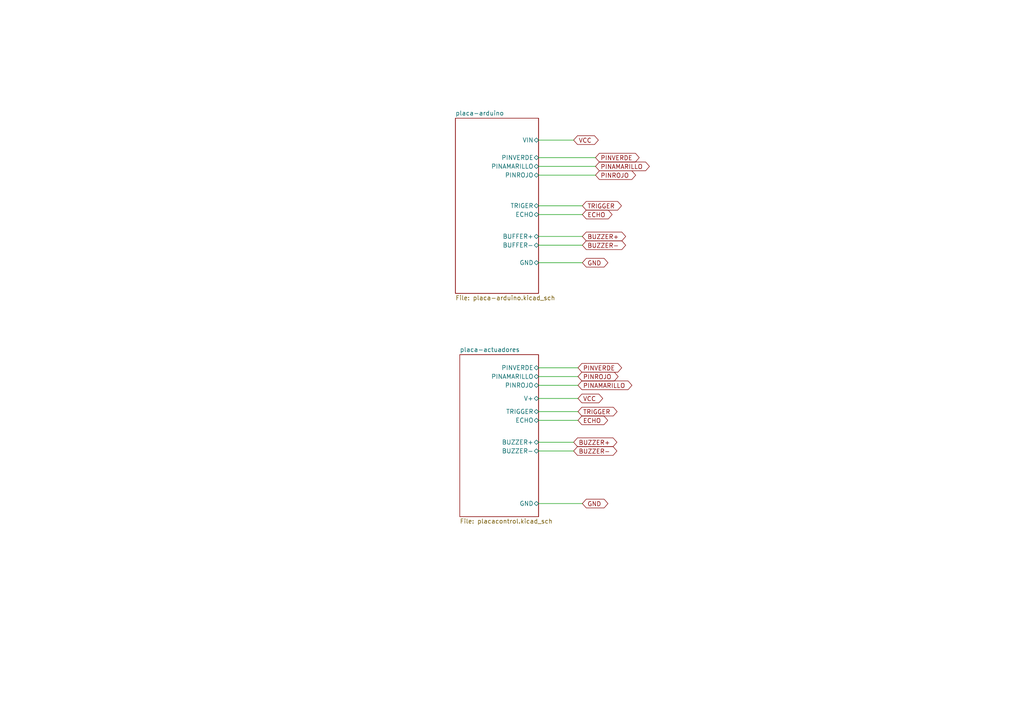
<source format=kicad_sch>
(kicad_sch
	(version 20250114)
	(generator "eeschema")
	(generator_version "9.0")
	(uuid "5cd23497-8551-462a-9df8-e1c0724629c2")
	(paper "A4")
	(lib_symbols)
	(wire
		(pts
			(xy 156.21 59.69) (xy 168.91 59.69)
		)
		(stroke
			(width 0)
			(type default)
		)
		(uuid "0c35eb55-cf46-456d-b1cf-69fb467f1c9d")
	)
	(wire
		(pts
			(xy 156.21 48.26) (xy 172.72 48.26)
		)
		(stroke
			(width 0)
			(type default)
		)
		(uuid "20fc57d5-3697-4db1-9929-d9836732fb0a")
	)
	(wire
		(pts
			(xy 168.91 146.05) (xy 156.21 146.05)
		)
		(stroke
			(width 0)
			(type default)
		)
		(uuid "2b26fd72-7b7b-4c4d-ac49-a3ce343fcab1")
	)
	(wire
		(pts
			(xy 156.21 76.2) (xy 168.91 76.2)
		)
		(stroke
			(width 0)
			(type default)
		)
		(uuid "3366f88f-2969-4af6-9d28-00c58d4ebad7")
	)
	(wire
		(pts
			(xy 156.21 40.64) (xy 166.37 40.64)
		)
		(stroke
			(width 0)
			(type default)
		)
		(uuid "3555d5b6-b753-42f6-bfab-ddcb5de6241d")
	)
	(wire
		(pts
			(xy 156.21 62.23) (xy 168.91 62.23)
		)
		(stroke
			(width 0)
			(type default)
		)
		(uuid "5eb67876-a77e-4b66-a3fe-87498e793de5")
	)
	(wire
		(pts
			(xy 156.21 71.12) (xy 168.91 71.12)
		)
		(stroke
			(width 0)
			(type default)
		)
		(uuid "7995f9a0-2c81-4bb9-828f-15b7527cdfd8")
	)
	(wire
		(pts
			(xy 156.21 130.81) (xy 166.37 130.81)
		)
		(stroke
			(width 0)
			(type default)
		)
		(uuid "7e7b3b07-428d-482f-9740-857a8bd3abae")
	)
	(wire
		(pts
			(xy 156.21 128.27) (xy 166.37 128.27)
		)
		(stroke
			(width 0)
			(type default)
		)
		(uuid "81bffb92-bb15-4a7e-9481-9ee37bb63488")
	)
	(wire
		(pts
			(xy 156.21 121.92) (xy 167.64 121.92)
		)
		(stroke
			(width 0)
			(type default)
		)
		(uuid "9747fc96-eed3-4b06-a85a-a29de5ed8c0b")
	)
	(wire
		(pts
			(xy 156.21 109.22) (xy 167.64 109.22)
		)
		(stroke
			(width 0)
			(type default)
		)
		(uuid "ac0cd047-3603-4916-8f9d-a546ce8fe7f2")
	)
	(wire
		(pts
			(xy 156.21 45.72) (xy 172.72 45.72)
		)
		(stroke
			(width 0)
			(type default)
		)
		(uuid "cb025797-434f-4fc3-84a2-24d909408911")
	)
	(wire
		(pts
			(xy 156.21 111.76) (xy 167.64 111.76)
		)
		(stroke
			(width 0)
			(type default)
		)
		(uuid "cdc2f74a-4917-482f-a48e-7716f710fbaf")
	)
	(wire
		(pts
			(xy 156.21 68.58) (xy 168.91 68.58)
		)
		(stroke
			(width 0)
			(type default)
		)
		(uuid "d138aaa4-ee05-457f-a8b2-279362bffd56")
	)
	(wire
		(pts
			(xy 156.21 106.68) (xy 167.64 106.68)
		)
		(stroke
			(width 0)
			(type default)
		)
		(uuid "e8bc15eb-d627-4233-990c-e5bd78766f9b")
	)
	(wire
		(pts
			(xy 156.21 50.8) (xy 172.72 50.8)
		)
		(stroke
			(width 0)
			(type default)
		)
		(uuid "e94ef38a-8a08-486c-b9f7-ed0697de7c51")
	)
	(wire
		(pts
			(xy 156.21 115.57) (xy 167.64 115.57)
		)
		(stroke
			(width 0)
			(type default)
		)
		(uuid "f367946d-fddb-4d2a-878e-241d50edbf1c")
	)
	(wire
		(pts
			(xy 156.21 119.38) (xy 167.64 119.38)
		)
		(stroke
			(width 0)
			(type default)
		)
		(uuid "f99ad764-bd57-4459-955b-ff5b177efbb8")
	)
	(global_label "PINAMARILLO"
		(shape bidirectional)
		(at 172.72 48.26 0)
		(fields_autoplaced yes)
		(effects
			(font
				(size 1.27 1.27)
			)
			(justify left)
		)
		(uuid "0359b011-f125-4fcf-af0a-0fa0b6626700")
		(property "Intersheetrefs" "${INTERSHEET_REFS}"
			(at 188.9119 48.26 0)
			(effects
				(font
					(size 1.27 1.27)
				)
				(justify left)
				(hide yes)
			)
		)
	)
	(global_label "GND"
		(shape bidirectional)
		(at 168.91 146.05 0)
		(fields_autoplaced yes)
		(effects
			(font
				(size 1.27 1.27)
			)
			(justify left)
		)
		(uuid "05b6808d-39a1-4702-9741-b12264ab437b")
		(property "Intersheetrefs" "${INTERSHEET_REFS}"
			(at 176.877 146.05 0)
			(effects
				(font
					(size 1.27 1.27)
				)
				(justify left)
				(hide yes)
			)
		)
	)
	(global_label "PINROJO"
		(shape bidirectional)
		(at 167.64 109.22 0)
		(fields_autoplaced yes)
		(effects
			(font
				(size 1.27 1.27)
			)
			(justify left)
		)
		(uuid "11ada112-813d-4e27-aad1-84985e6214e3")
		(property "Intersheetrefs" "${INTERSHEET_REFS}"
			(at 179.8404 109.22 0)
			(effects
				(font
					(size 1.27 1.27)
				)
				(justify left)
				(hide yes)
			)
		)
	)
	(global_label "ECHO"
		(shape bidirectional)
		(at 167.64 121.92 0)
		(fields_autoplaced yes)
		(effects
			(font
				(size 1.27 1.27)
			)
			(justify left)
		)
		(uuid "16a92c95-dc4e-443d-8492-24cfb1dd5b26")
		(property "Intersheetrefs" "${INTERSHEET_REFS}"
			(at 176.8165 121.92 0)
			(effects
				(font
					(size 1.27 1.27)
				)
				(justify left)
				(hide yes)
			)
		)
	)
	(global_label "BUZZER-"
		(shape bidirectional)
		(at 168.91 71.12 0)
		(fields_autoplaced yes)
		(effects
			(font
				(size 1.27 1.27)
			)
			(justify left)
		)
		(uuid "2769540b-e34f-474f-a829-0d0b303500d2")
		(property "Intersheetrefs" "${INTERSHEET_REFS}"
			(at 182.0174 71.12 0)
			(effects
				(font
					(size 1.27 1.27)
				)
				(justify left)
				(hide yes)
			)
		)
	)
	(global_label "BUZZER-"
		(shape bidirectional)
		(at 166.37 130.81 0)
		(fields_autoplaced yes)
		(effects
			(font
				(size 1.27 1.27)
			)
			(justify left)
		)
		(uuid "4886084c-979d-40b6-b6ff-64ce0f623e83")
		(property "Intersheetrefs" "${INTERSHEET_REFS}"
			(at 179.4774 130.81 0)
			(effects
				(font
					(size 1.27 1.27)
				)
				(justify left)
				(hide yes)
			)
		)
	)
	(global_label "GND"
		(shape bidirectional)
		(at 168.91 76.2 0)
		(fields_autoplaced yes)
		(effects
			(font
				(size 1.27 1.27)
			)
			(justify left)
		)
		(uuid "4bfd08c6-55fa-4d82-ac46-1914d2ec26c3")
		(property "Intersheetrefs" "${INTERSHEET_REFS}"
			(at 176.877 76.2 0)
			(effects
				(font
					(size 1.27 1.27)
				)
				(justify left)
				(hide yes)
			)
		)
	)
	(global_label "VCC"
		(shape bidirectional)
		(at 166.37 40.64 0)
		(fields_autoplaced yes)
		(effects
			(font
				(size 1.27 1.27)
			)
			(justify left)
		)
		(uuid "4ff745e1-8284-4d32-b0f6-1dc57b7fbe82")
		(property "Intersheetrefs" "${INTERSHEET_REFS}"
			(at 174.0951 40.64 0)
			(effects
				(font
					(size 1.27 1.27)
				)
				(justify left)
				(hide yes)
			)
		)
	)
	(global_label "TRIGGER"
		(shape bidirectional)
		(at 167.64 119.38 0)
		(fields_autoplaced yes)
		(effects
			(font
				(size 1.27 1.27)
			)
			(justify left)
		)
		(uuid "59ed80d4-c522-4fab-99e9-0d429effd0eb")
		(property "Intersheetrefs" "${INTERSHEET_REFS}"
			(at 179.5379 119.38 0)
			(effects
				(font
					(size 1.27 1.27)
				)
				(justify left)
				(hide yes)
			)
		)
	)
	(global_label "PINAMARILLO"
		(shape bidirectional)
		(at 167.64 111.76 0)
		(fields_autoplaced yes)
		(effects
			(font
				(size 1.27 1.27)
			)
			(justify left)
		)
		(uuid "660defb2-e83e-465a-968c-82f54cb2dabd")
		(property "Intersheetrefs" "${INTERSHEET_REFS}"
			(at 183.8319 111.76 0)
			(effects
				(font
					(size 1.27 1.27)
				)
				(justify left)
				(hide yes)
			)
		)
	)
	(global_label "BUZZER+"
		(shape bidirectional)
		(at 168.91 68.58 0)
		(fields_autoplaced yes)
		(effects
			(font
				(size 1.27 1.27)
			)
			(justify left)
		)
		(uuid "74cadda7-5ff5-412a-b823-ba16d8bdaf4f")
		(property "Intersheetrefs" "${INTERSHEET_REFS}"
			(at 182.0174 68.58 0)
			(effects
				(font
					(size 1.27 1.27)
				)
				(justify left)
				(hide yes)
			)
		)
	)
	(global_label "PINVERDE"
		(shape bidirectional)
		(at 172.72 45.72 0)
		(fields_autoplaced yes)
		(effects
			(font
				(size 1.27 1.27)
			)
			(justify left)
		)
		(uuid "7ffe70ca-6a69-413e-82a6-508684db54c9")
		(property "Intersheetrefs" "${INTERSHEET_REFS}"
			(at 185.9484 45.72 0)
			(effects
				(font
					(size 1.27 1.27)
				)
				(justify left)
				(hide yes)
			)
		)
	)
	(global_label "ECHO"
		(shape bidirectional)
		(at 168.91 62.23 0)
		(fields_autoplaced yes)
		(effects
			(font
				(size 1.27 1.27)
			)
			(justify left)
		)
		(uuid "94660c98-427d-4d4e-8cfa-ac044c369ac1")
		(property "Intersheetrefs" "${INTERSHEET_REFS}"
			(at 178.0865 62.23 0)
			(effects
				(font
					(size 1.27 1.27)
				)
				(justify left)
				(hide yes)
			)
		)
	)
	(global_label "BUZZER+"
		(shape bidirectional)
		(at 166.37 128.27 0)
		(fields_autoplaced yes)
		(effects
			(font
				(size 1.27 1.27)
			)
			(justify left)
		)
		(uuid "acd2b141-af16-4ee6-bb61-c562688da894")
		(property "Intersheetrefs" "${INTERSHEET_REFS}"
			(at 179.4774 128.27 0)
			(effects
				(font
					(size 1.27 1.27)
				)
				(justify left)
				(hide yes)
			)
		)
	)
	(global_label "PINVERDE"
		(shape bidirectional)
		(at 167.64 106.68 0)
		(fields_autoplaced yes)
		(effects
			(font
				(size 1.27 1.27)
			)
			(justify left)
		)
		(uuid "d2ab144f-562b-4c4c-b65a-9123dfc534ce")
		(property "Intersheetrefs" "${INTERSHEET_REFS}"
			(at 180.8684 106.68 0)
			(effects
				(font
					(size 1.27 1.27)
				)
				(justify left)
				(hide yes)
			)
		)
	)
	(global_label "TRIGGER"
		(shape bidirectional)
		(at 168.91 59.69 0)
		(fields_autoplaced yes)
		(effects
			(font
				(size 1.27 1.27)
			)
			(justify left)
		)
		(uuid "dd3d15ff-ddc6-4463-9f2f-4f63bc60cce7")
		(property "Intersheetrefs" "${INTERSHEET_REFS}"
			(at 180.8079 59.69 0)
			(effects
				(font
					(size 1.27 1.27)
				)
				(justify left)
				(hide yes)
			)
		)
	)
	(global_label "PINROJO"
		(shape bidirectional)
		(at 172.72 50.8 0)
		(fields_autoplaced yes)
		(effects
			(font
				(size 1.27 1.27)
			)
			(justify left)
		)
		(uuid "e2204ef0-9ac5-4a3c-b3c6-fd416d6261f2")
		(property "Intersheetrefs" "${INTERSHEET_REFS}"
			(at 184.9204 50.8 0)
			(effects
				(font
					(size 1.27 1.27)
				)
				(justify left)
				(hide yes)
			)
		)
	)
	(global_label "VCC"
		(shape bidirectional)
		(at 167.64 115.57 0)
		(fields_autoplaced yes)
		(effects
			(font
				(size 1.27 1.27)
			)
			(justify left)
		)
		(uuid "fc4490eb-7db0-4b71-b8bc-4fd7e340c096")
		(property "Intersheetrefs" "${INTERSHEET_REFS}"
			(at 175.3651 115.57 0)
			(effects
				(font
					(size 1.27 1.27)
				)
				(justify left)
				(hide yes)
			)
		)
	)
	(sheet
		(at 132.08 34.29)
		(size 24.13 50.8)
		(exclude_from_sim no)
		(in_bom yes)
		(on_board yes)
		(dnp no)
		(fields_autoplaced yes)
		(stroke
			(width 0.1524)
			(type solid)
		)
		(fill
			(color 0 0 0 0.0000)
		)
		(uuid "8c6f3df0-8229-4dbe-8ac6-bf5c1d58fe76")
		(property "Sheetname" "placa-arduino"
			(at 132.08 33.5784 0)
			(effects
				(font
					(size 1.27 1.27)
				)
				(justify left bottom)
			)
		)
		(property "Sheetfile" "placa-arduino.kicad_sch"
			(at 132.08 85.6746 0)
			(effects
				(font
					(size 1.27 1.27)
				)
				(justify left top)
			)
		)
		(pin "GND" bidirectional
			(at 156.21 76.2 0)
			(uuid "828061b8-aacb-4a98-b7cc-520c4f4ebe79")
			(effects
				(font
					(size 1.27 1.27)
				)
				(justify right)
			)
		)
		(pin "PINVERDE" bidirectional
			(at 156.21 45.72 0)
			(uuid "76d423b2-9114-454e-bd91-45d983d7e0a4")
			(effects
				(font
					(size 1.27 1.27)
				)
				(justify right)
			)
		)
		(pin "BUFFER+" bidirectional
			(at 156.21 68.58 0)
			(uuid "2f197782-353e-4ccc-95ea-6b6ea7e72aa9")
			(effects
				(font
					(size 1.27 1.27)
				)
				(justify right)
			)
		)
		(pin "BUFFER-" bidirectional
			(at 156.21 71.12 0)
			(uuid "fd45d230-0e0d-4a6e-a58e-24868dfb0830")
			(effects
				(font
					(size 1.27 1.27)
				)
				(justify right)
			)
		)
		(pin "ECHO" bidirectional
			(at 156.21 62.23 0)
			(uuid "d3780807-cc16-40ab-ab49-33b63aeb18c7")
			(effects
				(font
					(size 1.27 1.27)
				)
				(justify right)
			)
		)
		(pin "PINAMARILLO" bidirectional
			(at 156.21 48.26 0)
			(uuid "4dd11f18-092c-4277-bc79-7782e44f4702")
			(effects
				(font
					(size 1.27 1.27)
				)
				(justify right)
			)
		)
		(pin "PINROJO" bidirectional
			(at 156.21 50.8 0)
			(uuid "1a6ced1a-c84b-46c9-a225-a88ab3783c2f")
			(effects
				(font
					(size 1.27 1.27)
				)
				(justify right)
			)
		)
		(pin "TRIGER" bidirectional
			(at 156.21 59.69 0)
			(uuid "5668bab2-d786-40d1-a6d0-1c373ebb9aae")
			(effects
				(font
					(size 1.27 1.27)
				)
				(justify right)
			)
		)
		(pin "VIN" bidirectional
			(at 156.21 40.64 0)
			(uuid "f2990d86-5322-4f87-89cf-781794a6c711")
			(effects
				(font
					(size 1.27 1.27)
				)
				(justify right)
			)
		)
		(instances
			(project "sistema-aparcamiento-asistido"
				(path "/5cd23497-8551-462a-9df8-e1c0724629c2"
					(page "2")
				)
			)
		)
	)
	(sheet
		(at 133.35 102.87)
		(size 22.86 46.99)
		(exclude_from_sim no)
		(in_bom yes)
		(on_board yes)
		(dnp no)
		(fields_autoplaced yes)
		(stroke
			(width 0.1524)
			(type solid)
		)
		(fill
			(color 0 0 0 0.0000)
		)
		(uuid "8deeb545-b7fc-4a56-91f9-6af22dd4acd9")
		(property "Sheetname" "placa-actuadores"
			(at 133.35 102.1584 0)
			(effects
				(font
					(size 1.27 1.27)
				)
				(justify left bottom)
			)
		)
		(property "Sheetfile" "placacontrol.kicad_sch"
			(at 133.35 150.4446 0)
			(effects
				(font
					(size 1.27 1.27)
				)
				(justify left top)
			)
		)
		(pin "BUZZER+" bidirectional
			(at 156.21 128.27 0)
			(uuid "6d30968e-e628-44f2-9f6a-950be44b055f")
			(effects
				(font
					(size 1.27 1.27)
				)
				(justify right)
			)
		)
		(pin "BUZZER-" bidirectional
			(at 156.21 130.81 0)
			(uuid "b6282653-cefe-412e-931c-1723bc0b4b3e")
			(effects
				(font
					(size 1.27 1.27)
				)
				(justify right)
			)
		)
		(pin "GND" bidirectional
			(at 156.21 146.05 0)
			(uuid "aa8daaad-25ba-4935-9213-7eb1d309d72e")
			(effects
				(font
					(size 1.27 1.27)
				)
				(justify right)
			)
		)
		(pin "PINAMARILLO" bidirectional
			(at 156.21 109.22 0)
			(uuid "8a655436-eb5f-4c0c-b84c-59cfb4e7a4c2")
			(effects
				(font
					(size 1.27 1.27)
				)
				(justify right)
			)
		)
		(pin "PINROJO" bidirectional
			(at 156.21 111.76 0)
			(uuid "43e77e66-4105-4e9b-86d4-ce8a51c2f898")
			(effects
				(font
					(size 1.27 1.27)
				)
				(justify right)
			)
		)
		(pin "PINVERDE" bidirectional
			(at 156.21 106.68 0)
			(uuid "3e030158-b5bf-4d67-963f-792d4be2b2a2")
			(effects
				(font
					(size 1.27 1.27)
				)
				(justify right)
			)
		)
		(pin "ECHO" bidirectional
			(at 156.21 121.92 0)
			(uuid "3e4e0f2c-a3bc-420c-b26c-fa8f93302518")
			(effects
				(font
					(size 1.27 1.27)
				)
				(justify right)
			)
		)
		(pin "TRIGGER" bidirectional
			(at 156.21 119.38 0)
			(uuid "5a509d34-fbf3-4f5d-9476-9fe218e4ae64")
			(effects
				(font
					(size 1.27 1.27)
				)
				(justify right)
			)
		)
		(pin "V+" bidirectional
			(at 156.21 115.57 0)
			(uuid "52e1d44d-a413-4c43-8a56-c343f6449f9a")
			(effects
				(font
					(size 1.27 1.27)
				)
				(justify right)
			)
		)
		(instances
			(project "sistema-aparcamiento-asistido"
				(path "/5cd23497-8551-462a-9df8-e1c0724629c2"
					(page "3")
				)
			)
		)
	)
	(sheet_instances
		(path "/"
			(page "1")
		)
	)
	(embedded_fonts no)
)

</source>
